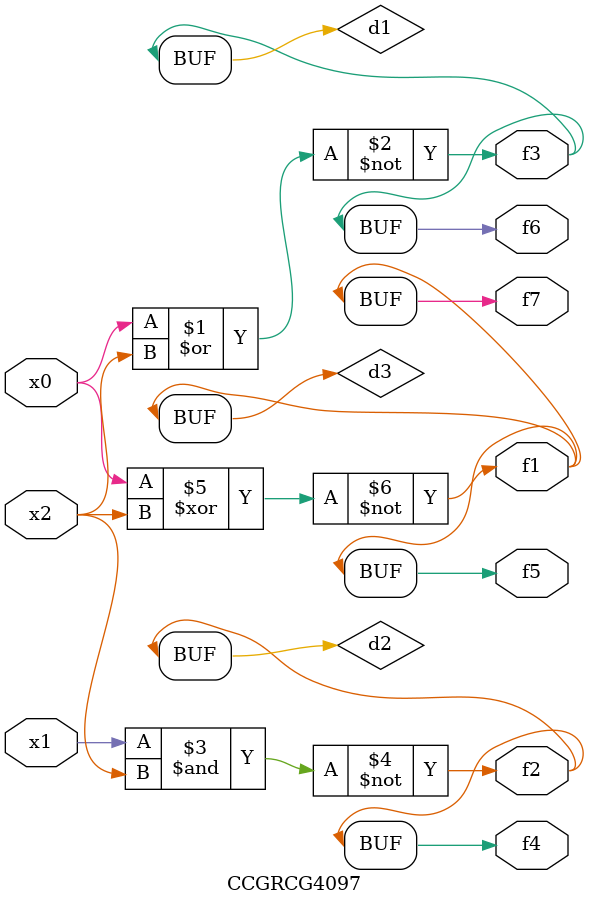
<source format=v>
module CCGRCG4097(
	input x0, x1, x2,
	output f1, f2, f3, f4, f5, f6, f7
);

	wire d1, d2, d3;

	nor (d1, x0, x2);
	nand (d2, x1, x2);
	xnor (d3, x0, x2);
	assign f1 = d3;
	assign f2 = d2;
	assign f3 = d1;
	assign f4 = d2;
	assign f5 = d3;
	assign f6 = d1;
	assign f7 = d3;
endmodule

</source>
